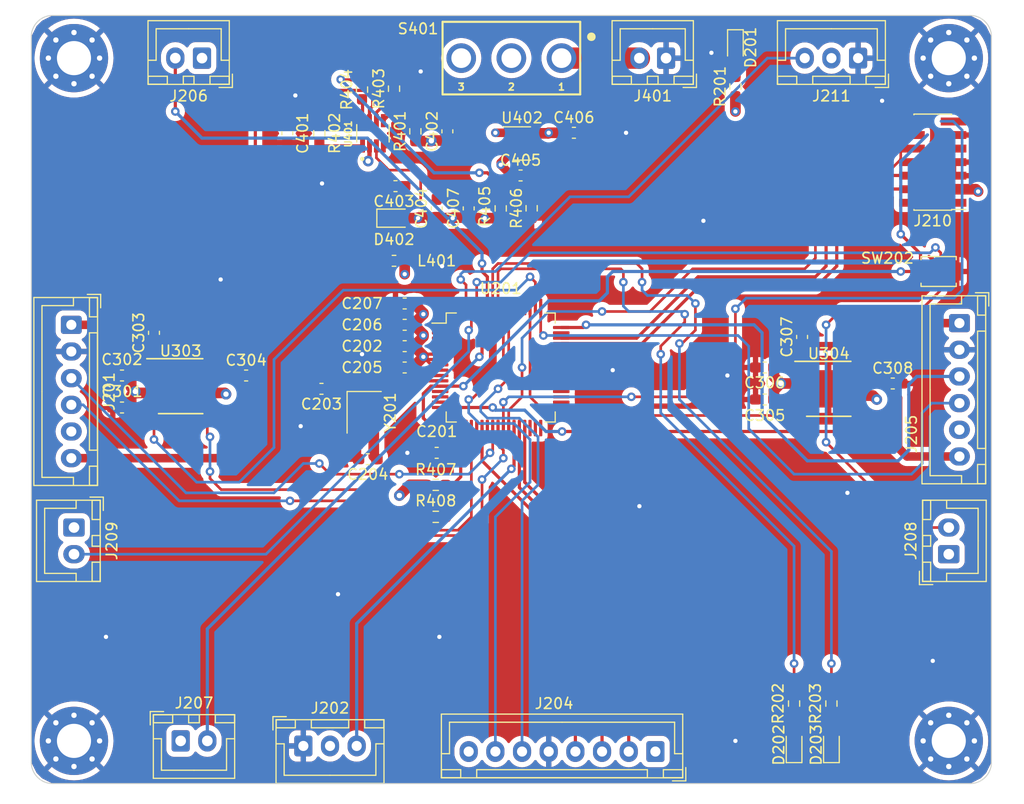
<source format=kicad_pcb>
(kicad_pcb (version 20221018) (generator pcbnew)
  (layers (0 "F.Cu" signal) (1 "In1.Cu" signal) (2 "In2.Cu" signal) (31 "B.Cu" signal) (34 "B.Paste" user) (35 "F.Paste" user) (36 "B.SilkS" user "B.Silkscreen") (37 "F.SilkS" user "F.Silkscreen") (38 "B.Mask" user) (39 "F.Mask" user) (44 "Edge.Cuts" user))
  (net 0 "")
  (net 1 "/STM32/NRST")
  (net 2 "GND")
  (net 3 "/Motor/M_L1")
  (net 4 "/STM32/OSC_IN")
  (net 5 "Net-(U201-PF1)")
  (net 6 "7.2V")
  (net 7 "/Motor/M_L2")
  (net 8 "/Motor/M_R1")
  (net 9 "/Motor/M_R2")
  (net 10 "Net-(D402-K)")
  (net 11 "/STM32/Endoder_LA")
  (net 12 "/STM32/Endoder_LB")
  (net 13 "/STM32/V_BORDURE_R")
  (net 14 "/STM32/M_EN")
  (net 15 "Net-(U401-VCC)")
  (net 16 "/STM32/DEV_EN")
  (net 17 "Net-(U401-SW)")
  (net 18 "+5V")
  (net 19 "+3.3V")
  (net 20 "/STM32/M_SCTR")
  (net 21 "/STM32/LIDAR_RX")
  (net 23 "/STM32/LIDAR_TX")
  (net 24 "/STM32/Endoder_RB")
  (net 25 "/STM32/Endoder_RA")
  (net 26 "/STM32/BUMPER_F")
  (net 27 "/STM32/BUMPER_B")
  (net 28 "/STM32/BUMPER_R")
  (net 29 "/STM32/BUMPER_L")
  (net 32 "/STM32/SWDIO")
  (net 33 "/STM32/SWCLK")
  (net 37 "/STM32/VCP_TX")
  (net 38 "/STM32/VCP_RX")
  (net 39 "Net-(D201-A)")
  (net 40 "/STM32/V_BORDURE_F")
  (net 41 "Net-(D202-A)")
  (net 42 "/STM32/LED_R")
  (net 43 "Net-(D203-A)")
  (net 44 "Net-(U401-EN{slash}SYNC)")
  (net 45 "Net-(U401-PG)")
  (net 46 "Net-(R404-Pad2)")
  (net 47 "/STM32/LED_B")
  (net 53 "/Power/BAT_LVL")
  (net 56 "/Motor/REV_MR")
  (net 59 "/Motor/REV_ML")
  (net 62 "/Motor/FWD_ML")
  (net 79 "/Motor/FWD_MR")
  (net 84 "Net-(J401-Pin_2)")
  (net 85 "Net-(U401-BST)")
  (net 86 "Net-(U401-FB)")
  (footprint "Capacitor_SMD:C_0603_1608Metric_Pad1.08x0.95mm_HandSolder" (layer "F.Cu") (at 85 83)
    (fp_text reference "C205")
    (fp_text value "100nF")
  )
  (footprint "Resistor_SMD:R_0603_1608Metric_Pad0.98x0.95mm_HandSolder" (layer "F.Cu") (at 86 60.8625 90)
    (fp_text reference "R401")
    (fp_text value "100k")
  )
  (footprint "LED_SMD:LED_0603_1608Metric_Pad1.05x0.95mm_HandSolder" (layer "F.Cu") (at 125 118.375 90)
    (fp_text reference "D203")
    (fp_text value "LED B")
  )
  (footprint "Capacitor_SMD:C_0603_1608Metric_Pad1.08x0.95mm_HandSolder" (layer "F.Cu") (at 74 61.0475 -90)
    (fp_text reference "C401")
    (fp_text value "0.1uF")
  )
  (footprint "Button_Switch_SMD:SW_SPST_B3U-1000P" (layer "F.Cu") (at 135.05 74 180)
    (fp_text reference "SW202")
    (fp_text value "SW_Push")
  )
  (footprint "Connector_JST:JST_XH_B2B-XH-A_1x02_P2.50mm_Vertical" (layer "F.Cu") (at 66 54 180)
    (fp_text reference "J206")
    (fp_text value "BUMPER_F")
  )
  (footprint "Connector_PinHeader_1.27mm:PinHeader_2x07_P1.27mm_Vertical_SMD" (layer "F.Cu") (at 134.5 63.75 180)
    (fp_text reference "J210")
    (fp_text value "Conn_02x07_Odd_Even")
  )
  (footprint "Capacitor_SMD:C_0603_1608Metric_Pad1.08x0.95mm_HandSolder" (layer "F.Cu") (at 77.2 85 180)
    (fp_text reference "C203")
    (fp_text value "10pF")
  )
  (footprint "Package_QFP:LQFP-64_10x10mm_P0.5mm" (layer "F.Cu") (at 94 83)
    (fp_text reference "U201")
    (fp_text value "STM32G070RBTx")
  )
  (footprint "Inductor_SMD:L_0603_1608Metric_Pad1.05x0.95mm_HandSolder" (layer "F.Cu") (at 84 73)
    (fp_text reference "L401")
    (fp_text value "4.7uH")
  )
  (footprint "Capacitor_SMD:C_0603_1608Metric_Pad1.08x0.95mm_HandSolder" (layer "F.Cu") (at 84.1375 66 180)
    (fp_text reference "C403")
    (fp_text value "100n")
  )
  (footprint "MountingHole:MountingHole_3.2mm_M3_Pad_Via" (layer "F.Cu") (at 136 54)
    (fp_text reference "H202" hide)
    (fp_text value "MountingHole_Pad")
  )
  (footprint "Connector_JST:JST_XH_B6B-XH-A_1x06_P2.50mm_Vertical" (layer "F.Cu") (at 53.75 79 -90)
    (fp_text reference "J201")
    (fp_text value "Motor_L")
  )
  (footprint "LED_SMD:LED_0603_1608Metric_Pad1.05x0.95mm_HandSolder" (layer "F.Cu") (at 121.5 118.375 90)
    (fp_text reference "D202")
    (fp_text value "LED R")
  )
  (footprint "Resistor_SMD:R_0603_1608Metric_Pad0.98x0.95mm_HandSolder" (layer "F.Cu") (at 121.5 114.5 -90)
    (fp_text reference "R202")
    (fp_text value "1k")
  )
  (footprint "Capacitor_SMD:C_0603_1608Metric_Pad1.08x0.95mm_HandSolder" (layer "F.Cu") (at 70.1375 83.75)
    (fp_text reference "C304")
    (fp_text value "10nF")
  )
  (footprint "Capacitor_SMD:C_0603_1608Metric_Pad1.08x0.95mm_HandSolder" (layer "F.Cu") (at 61.5 79.75 90)
    (fp_text reference "C303")
    (fp_text value "10nF")
  )
  (footprint "Crystal:Crystal_SMD_EuroQuartz_MT-4Pin_3.2x2.5mm" (layer "F.Cu") (at 81.2 87.2 -90)
    (fp_text reference "Y201")
    (fp_text value "16M")
  )
  (footprint "Capacitor_SMD:C_0603_1608Metric_Pad1.08x0.95mm_HandSolder" (layer "F.Cu") (at 58.5 83.75 180)
    (fp_text reference "C302")
    (fp_text value "10uF")
  )
  (footprint "Connector_JST:JST_XH_B2B-XH-A_1x02_P2.50mm_Vertical" (layer "F.Cu") (at 54 98 -90)
    (fp_text reference "J209")
    (fp_text value "BUMPER_L")
  )
  (footprint "472121010111:472121010111" (layer "F.Cu") (at 95 54)
    (property "VALUE" "472121010111")
    (fp_text reference "S401")
    (fp_text value "472121010111")
  )
  (footprint "Resistor_SMD:R_0603_1608Metric_Pad0.98x0.95mm_HandSolder" (layer "F.Cu") (at 94 68.0875 -90)
    (fp_text reference "R405")
    (fp_text value "40.2k")
  )
  (footprint "Capacitor_SMD:C_0603_1608Metric_Pad1.08x0.95mm_HandSolder" (layer "F.Cu") (at 88 68.0875 90)
    (fp_text reference "C404")
    (fp_text value "22uF")
  )
  (footprint "Connector_JST:JST_XH_B3B-XH-A_1x03_P2.50mm_Vertical" (layer "F.Cu") (at 127.5 54 180)
    (fp_text reference "J211")
    (fp_text value "bordure_F")
  )
  (footprint "MP1475:MP1475DJ-LF-P" (layer "F.Cu") (at 82.025 61.0475 90)
    (fp_text reference "U401")
    (fp_text value "MP1475DJ-LF-P")
  )
  (footprint "Package_TO_SOT_SMD:SOT-23-5" (layer "F.Cu") (at 96 62)
    (fp_text reference "U402")
    (fp_text value "MIC5317")
  )
  (footprint "MountingHole:MountingHole_3.2mm_M3_Pad_Via" (layer "F.Cu") (at 54 54)
    (fp_text reference "H201" hide)
    (fp_text value "MountingHole_Pad")
  )
  (footprint "Resistor_SMD:R_0603_1608Metric_Pad0.98x0.95mm_HandSolder" (layer "F.Cu") (at 87.9125 97 180)
    (fp_text reference "R408")
    (fp_text value "10k")
  )
  (footprint "Connector_JST:JST_XH_B2B-XH-A_1x02_P2.50mm_Vertical" (layer "F.Cu") (at 64 118)
    (fp_text reference "J207")
    (fp_text value "BUMPER_B")
  )
  (footprint "MountingHole:MountingHole_3.2mm_M3_Pad_Via" (layer "F.Cu") (at 136 118)
    (fp_text reference "H203" hide)
    (fp_text value "MountingHole_Pad")
  )
  (footprint "Resistor_SMD:R_0603_1608Metric_Pad0.98x0.95mm_HandSolder" (layer "F.Cu") (at 125 114.5 -90)
    (fp_text reference "R203")
    (fp_text value "1k")
  )
  (footprint "Resistor_SMD:R_0603_1608Metric_Pad0.98x0.95mm_HandSolder" (layer "F.Cu") (at 77 61.0475 -90)
    (fp_text reference "R402")
    (fp_text value "100k")
  )
  (footprint "Capacitor_SMD:C_0603_1608Metric_Pad1.08x0.95mm_HandSolder" (layer "F.Cu") (at 118.75 83 180)
    (fp_text reference "C306")
    (fp_text value "10uF")
  )
  (footprint "Capacitor_SMD:C_0603_1608Metric_Pad1.08x0.95mm_HandSolder" (layer "F.Cu") (at 100.8625 61)
    (fp_text reference "C406")
    (fp_text value "1uF")
  )
  (footprint "Capacitor_SMD:C_0603_1608Metric_Pad1.08x0.95mm_HandSolder" (layer "F.Cu") (at 118.75 86)
    (fp_text reference "C305")
    (fp_text value "1uF")
  )
  (footprint "Capacitor_SMD:C_0603_1608Metric_Pad1.08x0.95mm_HandSolder" (layer "F.Cu") (at 91 68.0875 90)
    (fp_text reference "C407")
    (fp_text value "22uF")
  )
  (footprint "Resistor_SMD:R_0603_1608Metric_Pad0.98x0.95mm_HandSolder" (layer "F.Cu") (at 96.9 68.075 90)
    (fp_text reference "R406")
    (fp_text value "13k")
  )
  (footprint "Resistor_SMD:R_0603_1608Metric_Pad0.98x0.95mm_HandSolder" (layer "F.Cu") (at 81 56.95 90)
    (fp_text reference "R404")
    (fp_text value "16k")
  )
  (footprint "Package_SO:Diodes_SO-8EP" (layer "F.Cu") (at 64 84.75)
    (fp_text reference "U303")
    (fp_text value "ZXBM5210-SP")
  )
  (footprint "Capacitor_SMD:C_0603_1608Metric_Pad1.08x0.95mm_HandSolder" (layer "F.Cu") (at 58.5 86.75)
    (fp_text reference "C301")
    (fp_text value "1uF")
  )
  (footprint "Capacitor_SMD:C_0603_1608Metric_Pad1.08x0.95mm_HandSolder" (layer "F.Cu") (at 122.25 80.1375 90)
    (fp_text reference "C307")
    (fp_text value "10nF")
  )
  (footprint "Resistor_SMD:R_0603_1608Metric_Pad0.98x0.95mm_HandSolder" (layer "F.Cu") (at 116 56.6625 90)
    (fp_text reference "R201")
    (fp_text value "1k")
  )
  (footprint "Capacitor_SMD:C_0603_1608Metric_Pad1.08x0.95mm_HandSolder" (layer "F.Cu") (at 81.5375 91.592 180)
    (fp_text reference "C204")
    (fp_text value "10pF")
  )
  (footprint "Resistor_SMD:R_0603_1608Metric_Pad0.98x0.95mm_HandSolder" (layer "F.Cu") (at 87.9125 94)
    (fp_text reference "R407")
    (fp_text value "12k")
  )
  (footprint "Capacitor_SMD:C_0603_1608Metric_Pad1.08x0.95mm_HandSolder" (layer "F.Cu") (at 130.75 84.5)
    (fp_text reference "C308")
    (fp_text value "10nF")
  )
  (footprint "Connector_JST:JST_XH_B2B-XH-A_1x02_P2.50mm_Vertical" (layer "F.Cu") (at 136 100.5 90)
    (fp_text reference "J208")
    (fp_text value "BUMPER_R")
  )
  (footprint "Capacitor_SMD:C_0603_1608Metric_Pad1.08x0.95mm_HandSolder" (layer "F.Cu") (at 85 81 180)
    (fp_text reference "C202")
    (fp_text value "100nF")
  )
  (footprint "MountingHole:MountingHole_3.2mm_M3_Pad_Via" (layer "F.Cu") (at 54 118)
    (fp_text reference "H204" hide)
    (fp_text value "MountingHole_Pad")
  )
  (footprint "LED_SMD:LED_0603_1608Metric_Pad1.05x0.95mm_HandSolder" (layer "F.Cu") (at 116 53 -90)
    (fp_text reference "D201")
    (fp_text value "LED G")
  )
  (footprint "Capacitor_SMD:C_0603_1608Metric_Pad1.08x0.95mm_HandSolder" (layer "F.Cu") (at 85 79)
    (fp_text reference "C206")
    (fp_text value "100nF")
  )
  (footprint "Package_SO:Diodes_SO-8EP" (layer "F.Cu") (at 124.75 85)
    (fp_text reference "U304")
    (fp_text value "ZXBM5210-SP")
  )
  (footprint "Capacitor_SMD:C_0603_1608Metric_Pad1.08x0.95mm_HandSolder" (layer "F.Cu") (at 88 91 180)
    (fp_text reference "C201")
    (fp_text value "100nF")
  )
  (footprint "Connector_JST:JST_XH_B2B-XH-A_1x02_P2.50mm_Vertical" (layer "F.Cu") (at 109.5 54 180)
    (fp_text reference "J401")
    (fp_text value "Conn_BAT")
  )
  (footprint "Connector_JST:JST_XH_B3B-XH-A_1x03_P2.50mm_Vertical" (layer "F.Cu") (at 75.5 118.475)
    (fp_text reference "J202")
    (fp_text value "bordure_R")
  )
  (footprint "Capacitor_SMD:C_0603_1608Metric_Pad1.08x0.95mm_HandSolder" (layer "F.Cu") (at 89 60.8625 90)
    (fp_text reference "C402")
    (fp_text value "22uF")
  )
  (footprint "Capacitor_SMD:C_0603_1608Metric_Pad1.08x0.95mm_HandSolder" (layer "F.Cu") (at 85 77)
    (fp_text reference "C207")
    (fp_text value "4.7uF")
  )
  (footprint "Resistor_SMD:R_0603_1608Metric_Pad0.98x0.95mm_HandSolder" (layer "F.Cu") (at 84 56.8625 90)
    (fp_text reference "R403")
    (fp_text value "20")
  )
  (footprint "Capacitor_SMD:C_0603_1608Metric_Pad1.08x0.95mm_HandSolder" (layer "F.Cu") (at 95.8625 65)
    (fp_text reference "C405")
    (fp_text value "1uF")
  )
  (footprint "Connector_JST:JST_XH_B6B-XH-A_1x06_P2.50mm_Vertical" (layer "F.Cu") (at 137 78.84 -90)
    (fp_text reference "J205")
    (fp_text value "Motor_R")
  )
  (footprint "Connector_JST:JST_XH_B8B-XH-A_1x08_P2.50mm_Vertical" (layer "F.Cu") (at 108.5 119 180)
    (fp_text reference "J204")
    (fp_text value "LIDAR")
  )
  (footprint "Diode_SMD:D_SOD-323" (layer "F.Cu") (at 84 69)
    (fp_text reference "D402")
    (fp_text value "1N4148WS")
  )
  (gr_line (start 138 122) (end 52 122) (stroke (width 0.1)) (layer "Edge.Cuts"))
  (gr_line (start 52 50) (end 138 50) (stroke (width 0.1)) (layer "Edge.Cuts"))
  (gr_line (start 140 52) (end 140 120) (stroke (width 0.1)) (layer "Edge.Cuts"))
  (gr_arc (start 52 122) (mid 50.585786 121.414214) (end 50 120) (stroke (width 0.1)) (layer "Edge.Cuts"))
  (gr_arc (start 140 120) (mid 139.414214 121.414214) (end 138 122) (stroke (width 0.1)) (layer "Edge.Cuts"))
  (gr_arc (start 138 50) (mid 139.414214 50.585786) (end 140 52) (stroke (width 0.1)) (layer "Edge.Cuts"))
  (gr_line (start 50 120) (end 50 52) (stroke (width 0.1)) (layer "Edge.Cuts"))
  (gr_arc (start 50 52) (mid 50.585786 50.585786) (end 52 50) (stroke (width 0.1)) (layer "Edge.Cuts"))
  (segment (start 88.325 84.75) (end 87.448959 84.75) (width 0.3) (layer "F.Cu") (net 1))
  (segment (start 86.75 87.75) (end 87.75 88.75) (width 0.3) (layer "F.Cu") (net 1))
  (segment (start 133.35 74) (end 131.5 74) (width 0.3) (layer "F.Cu") (net 1))
  (segment (start 86.75 85.448959) (end 86.75 87.75) (width 0.3) (layer "F.Cu") (net 1))
  (segment (start 88.325 84.75) (end 90.5 84.75) (width 0.3) (layer "F.Cu") (net 1))
  (segment (start 88.5 88.75) (end 88.8625 89.1125) (width 0.3) (layer "F.Cu") (net 1))
  (segment (start 133.35 72.35) (end 133.35 74) (width 0.3) (layer "F.Cu") (net 1))
  (segment (start 87.75 88.75) (end 88.5 88.75) (width 0.3) (layer "F.Cu") (net 1))
  (segment (start 131.5 70.5) (end 133.35 72.35) (width 0.3) (layer "F.Cu") (net 1))
  (segment (start 87.448959 84.75) (end 86.75 85.448959) (width 0.3) (layer "F.Cu") (net 1))
  (segment (start 88.8625 89.1125) (end 88.8625 91) (width 0.3) (layer "F.Cu") (net 1))
  (via (at 131.5 70.5) (size 0.8) (drill 0.4) (layers "F.Cu" "B.Cu") (net 1))
  (via (at 90.5 84.75) (size 0.8) (drill 0.4) (layers "F.Cu" "B.Cu") (net 1))
  (via (at 131.5 74) (size 0.8) (drill 0.4) (layers "F.Cu" "B.Cu") (net 1))
  (segment (start 131.5 63.69) (end 131.5 70.5) (width 0.3) (layer "B.Cu") (net 1))
  (segment (start 98.5 76.75) (end 103.25 76.75) (width 0.3) (layer "B.Cu") (net 1))
  (segment (start 104.5 74) (end 131.5 74) (width 0.3) (layer "B.Cu") (net 1))
  (segment (start 90.5 84.75) (end 98.5 76.75) (width 0.3) (layer "B.Cu") (net 1))
  (segment (start 103.25 76.75) (end 104 76) (width 0.3) (layer "B.Cu") (net 1))
  (segment (start 134 61.19) (end 131.5 63.69) (width 0.3) (layer "B.Cu") (net 1))
  (segment (start 104 74.5) (end 104.5 74) (width 0.3) (layer "B.Cu") (net 1))
  (segment (start 104 76) (end 104 74.5) (width 0.3) (layer "B.Cu") (net 1))
  (via (at 134.5 110.5) (size 0.8) (drill 0.4) (layers "F.Cu" "B.Cu") (net 2))
  (via (at 113 69.25) (size 0.8) (drill 0.4) (layers "F.Cu" "B.Cu") (net 2))
  (via (at 85.25 91) (size 0.8) (drill 0.4) (layers "F.Cu" "B.Cu") (net 2))
  (via (at 86.5 55.25) (size 0.8) (drill 0.4) (layers "F.Cu" "B.Cu") (net 2))
  (via (at 75.25 88.5) (size 0.8) (drill 0.4) (layers "F.Cu" "B.Cu") (net 2))
  (via (at 88.25 108.25) (size 0.8) (drill 0.4) (layers "F.Cu" "B.Cu") (net 2))
  (via (at 81 81.75) (size 0.8) (drill 0.4) (layers "F.Cu" "B.Cu") (net 2))
  (via (at 116 118) (size 0.8) (drill 0.4) (layers "F.Cu" "B.Cu") (net 2))
  (via (at 126.5 94.75) (size 0.8) (drill 0.4) (layers "F.Cu" "B.Cu") (net 2))
  (via (at 107 96) (size 0.8) (drill 0.4) (layers "F.Cu" "B.Cu") (net 2))
  (via (at 57 108.25) (size 0.8) (drill 0.4) (layers "F.Cu" "B.Cu") (net 2))
  (via (at 67.75 74.75) (size 0.8) (drill 0.4) (layers "F.Cu" "B.Cu") (net 2))
  (via (at 77.25 65.75) (size 0.8) (drill 0.4) (layers "F.Cu" "B.Cu") (net 2))
  (via (at 78.75 104.25) (size 0.8) (drill 0.4) (layers "F.Cu" "B.Cu") (net 2))
  (via (at 129.75 58) (size 0.8) (drill 0.4) (layers "F.Cu" "B.Cu") (net 2))
  (via (at 88.5 73.5) (size 0.8) (drill 0.4) (layers "F.Cu" "B.Cu") (net 2))
  (via (at 105.75 61) (size 0.8) (drill 0.4) (layers "F.Cu" "B.Cu") (net 2))
  (via (at 115.25 83.75) (size 0.8) (drill 0.4) (layers "F.Cu" "B.Cu") (net 2))
  (via (at 104.5 83.25) (size 0.8) (drill 0.4) (layers "F.Cu" "B.Cu") (net 2))
  (via (at 113.75 53.5) (size 0.8) (drill 0.4) (layers "F.Cu" "B.Cu") (net 2))
  (via (at 74.75 57.5) (size 0.8) (drill 0.4) (layers "F.Cu" "B.Cu") (net 2))
  (segment (start 61.5025 82.845) (end 61.5025 80.615) (width 0.8) (layer "F.Cu") (net 3))
  (segment (start 53.75 79) (end 56.5 79) (width 0.8) (layer "F.Cu") (net 3))
  (segment (start 58.1125 80.6125) (end 61.5 80.6125) (width 0.8) (layer "F.Cu") (net 3))
  (segment (start 56.5 79) (end 58.1125 80.6125) (width 0.8) (layer "F.Cu") (net 3))
  (segment (start 61.5025 80.615) (end 61.5 80.6125) (width 0.8) (layer "F.Cu") (net 3))
  (segment (start 79.2 85) (end 80.3 86.1) (width 1) (layer "F.Cu") (net 4))
  (segment (start 80.3 86.15) (end 81.4 87.25) (width 0.3) (layer "F.Cu") (net 4))
  (segment (start 80 86) (end 80.5 86.5) (width 0.3) (layer "F.Cu") (net 4))
  (segment (start 86.75 83.75) (end 88.325 83.75) (width 0.3) (layer "F.Cu") (net 4))
  (segment (start 80.3 85.45) (end 80.3 86.1) (width 0.3) (layer "F.Cu") (net 4))
  (segment (start 81.4 87.25) (end 83.25 87.25) (width 0.3) (layer "F.Cu") (net 4))
  (segment (start 78.0625 85) (end 79.2 85) (width 1) (layer "F.Cu") (net 4))
  (segment (start 83.25 87.25) (end 86.75 83.75) (width 0.3) (layer "F.Cu") (net 4))
  (segment (start 80.3 86.1) (end 80.3 86.15) (width 0.3) (layer "F.Cu") (net 4))
  (segment (start 86.957106 84.25) (end 82.907106 88.3) (width 0.3) (layer "F.Cu") (net 5))
  (segment (start 82.1 88.3) (end 82.1 91.292) (width 1) (layer "F.Cu") (net 5))
  (segment (start 88.325 84.25) (end 86.957106 84.25) (width 0.3) (layer "F.Cu") (net 5))
  (segment (start 82.1 91.292) (end 82.4 91.592) (width 1) (layer "F.Cu") (net 5))
  (segment (start 82.907106 88.3) (end 82.1 88.3) (width 0.3) (layer "F.Cu") (net 5))
  (segment (start 68.135 85.385) (end 68.25 85.5) (width 1) (layer "F.Cu") (net 6))
  (segment (start 119.6125 83) (end 119.6125 83.8625) (width 1) (layer "F.Cu") (net 6))
  (segment (start 122.2525 85.635) (end 122.2525 84.365) (width 1) (layer "F.Cu") (net 6))
  (segment (start 59.885 85.385) (end 59.75 85.25) (width 1) (layer "F.Cu") (net 6))
  (segment (start 119.6125 83.8625) (end 120.25 84.5) (width 1) (layer "F.Cu") (net 6))
  (segment (start 81.7 63.525) (end 81.7 62.2325) (width 0.4) (layer "F.Cu") (net 6))
  (segment (start 59.3625 86.75) (end 59.3625 85.6375) (width 1) (layer "F.Cu") (net 6))
  (segment (start 89 61.725) (end 87.525 61.725) (width 1) (layer "F.Cu") (net 6))
  (segment (start 87.475 61.775) (end 87.5 61.75) (width 1) (layer "F.Cu") (net 6))
  (segment (start 61.5025 84.115) (end 61.5025 85.385) (width 1) (layer "F.Cu") (net 6))
  (segment (start 59.3625 84.8625) (end 59.75 85.25) (width 1) (layer "F.Cu") (net 6))
  (segment (start 128.885 85.635) (end 129.25 86) (width 1) (layer "F.Cu") (net 6))
  (segment (start 87.525 61.725) (end 87.5 61.75) (width 1) (layer "F.Cu") (net 6))
  (segment (start 119.6125 86) (end 119.6125 85.1375) (width 1) (layer "F.Cu") (net 6))
  (segment (start 119.6125 85.1375) (end 120.25 84.5) (width 1) (layer "F.Cu") (net 6))
  (segment (start 59.3625 85.6375) (end 59.75 85.25) (width 1) (layer "F.Cu") (net 6))
  (segment (start 84.5 95) (end 85.5 94) (width 1) (layer "F.Cu") (net 6))
  (segment (start 86 61.775) (end 87.475 61.775) (width 1) (layer "F.Cu") (net 6))
  (segment (start 120.25 84.5) (end 122.1175 84.5) (width 1) (layer "F.Cu") (net 6))
  (segment (start 127.2475 85.635) (end 128.885 85.635) (width 1) (layer "F.Cu") (net 6))
  (segment (start 59.3625 83.75) (end 59.3625 84.8625) (width 1) (layer "F.Cu") (net 6))
  (segment (start 66.4975 85.385) (end 68.135 85.385) (width 1) (layer "F.Cu") (net 6))
  (segment (start 85.5 94) (end 87 94) (width 1) (layer "F.Cu") (net 6))
  (segment (start 81.575 63.65) (end 81.7 63.525) (width 0.4) (layer "F.Cu") (net 6))
  (segment (start 122.1175 84.5) (end 122.2525 84.365) (width 1) (layer "F.Cu") (net 6))
  (segment (start 61.5025 85.385) (end 59.885 85.385) (width 1) (layer "F.Cu") (net 6))
  (via (at 87.5 61.75) (size 1) (drill 0.5) (layers "F.Cu" "B.Cu") (net 6))
  (via (at 84.5 95) (size 1) (drill 0.5) (layers "F.Cu" "B.Cu") (net 6))
  (via (at 59.75 85.25) (size 1) (drill 0.5) (layers "F.Cu" "B.Cu") (net 6))
  (via (at 120.25 84.5) (size 1) (drill 0.5) (layers "F.Cu" "B.Cu") (net 6))
  (via (at 81.575 63.65) (size 1) (drill 0.5) (layers "F.Cu" "B.Cu") (net 6))
  (via (at 68.25 85.5) (size 1) (drill 0.5) (layers "F.Cu" "B.Cu") (net 6))
  (via (at 129.25 86) (size 1) (drill 0.5) (layers "F.Cu" "B.Cu") (net 6))
  (segment (start 67.635 84.115) (end 68 83.75) (width 0.8) (layer "F.Cu") (net 7))
  (segment (start 68 83.75) (end 69.275 83.75) (width 0.8) (layer "F.Cu") (net 7))
  (segment (start 69.75 90) (end 68.25 91.5) (width 0.8) (layer "F.Cu") (net 7))
  (segment (start 68.25 91.5) (end 53.75 91.5) (width 0.8) (layer "F.Cu") (net 7))
  (segment (start 66.4975 84.115) (end 67.635 84.115) (width 0.8) (layer "F.Cu") (net 7))
  (segment (start 69.275 83.75) (end 69.75 84.225) (width 0.8) (layer "F.Cu") (net 7))
  (segment (start 69.75 84.225) (end 69.75 90) (width 0.8) (layer "F.Cu") (net 7))
  (segment (start 122.2525 83.095) (end 122.2525 81.0025) (width 0.8) (layer "F.Cu") (net 8))
  (segment (start 122.2525 81.0025) (end 122.25 81) (width 0.8) (layer "F.Cu") (net 8))
  (segment (start 137 78.84) (end 127.66 78.84) (width 0.8) (layer "F.Cu") (net 8))
  (segment (start 127.66 78.84) (end 125.5 81) (width 0.8) (layer "F.Cu") (net 8))
  (segment (start 125.5 81) (end 122.25 81) (width 0.8) (layer "F.Cu") (net 8))
  (segment (start 129.8875 84.5) (end 131.25 85.8625) (width 0.8) (layer "F.Cu") (net 9))
  (segment (start 129.8875 84.5) (end 127.3825 84.5) (width 0.8) (layer "F.Cu") (net 9))
  (segment (start 131.25 90.5) (end 132.09 91.34) (width 0.8) (layer "F.Cu") (net 9))
  (segment (start 127.3825 84.5) (end 127.2475 84.365) (width 0.8) (layer "F.Cu") (net 9))
  (segment (start 132.09 91.34) (end 137 91.34) (width 0.8) (layer "F.Cu") (net 9))
  (segment (start 131.25 85.8625) (end 131.25 90.5) (width 0.8) (layer "F.Cu") (net 9))
  (segment (start 82.95 69) (end 72.5 69) (width 0.3) (layer "F.Cu") (net 10))
  (segment (start 85 66.75) (end 85 66) (width 0.3) (layer "F.Cu") (net 10))
  (segment (start 83.25 67.25) (end 84.5 67.25) (width 0.3) (layer "F.Cu") (net 10))
  (segment (start 71 55.25) (end 71.75 54.5) (width 0.3) (layer "F.Cu") (net 10))
  (segment (start 71.75 54.5) (end 83.5 54.5) (width 0.3) (layer "F.Cu") (net 10))
  (segment (start 82.95 69) (end 82.95 67.55) (width 0.3) (layer "F.Cu") (net 10))
  (segment (start 84 55) (end 84 55.95) (width 0.3) (layer "F.Cu") (net 10))
  (segment (start 83.5 54.5) (end 84 55) (width 0.3) (layer "F.Cu") (net 10))
  (segment (start 82.95 67.55) (end 83.25 67.25) (width 0.3) (layer "F.Cu") (net 10))
  (segment (start 72.5 69) (end 71 67.5) (width 0.3) (layer "F.Cu") (net 10))
  (segment (start 71 67.5) (end 71 55.25) (width 0.3) (layer "F.Cu") (net 10))
  (segment (start 84.5 67.25) (end 85 66.75) (width 0.3) (layer "F.Cu") (net 10))
  (segment (start 78 93) (end 84.5 93) (width 0.25) (layer "F.Cu") (net 11))
  (segment (start 77 92) (end 78 93) (width 0.25) (layer "F.Cu") (net 11))
  (segment (start 93.25 90.75) (end 93.25 88.675) (width 0.25) (layer "F.Cu") (net 11))
  (segment (start 93 91) (end 93.25 90.75) (width 0.25) (layer "F.Cu") (net 11))
  (via (at 93 91) (size 0.8) (drill 0.4) (layers "F.Cu" "B.Cu") (net 11))
  (via (at 84.5 93) (size 0.8) (drill 0.4) (layers "F.Cu" "B.Cu") (net 11))
  (via (at 77 92) (size 0.8) (drill 0.4) (layers "F.Cu" "B.Cu") (net 11))
  (segment (start 72.75 94.75) (end 64.5 94.75) (width 0.25) (layer "B.Cu") (net 11))
  (segment (start 91 93) (end 93 91) (width 0.25) (layer "B.Cu") (net 11))
  (segment (start 84.5 93) (end 91 93) (width 0.25) (layer "B.Cu") (net 11))
  (segment (start 75.5 92) (end 72.75 94.75) (width 0.25) (layer "B.Cu") (net 11))
  (segment (start 64.5 94.75) (end 53.75 84) (width 0.25) (layer "B.Cu") (net 11))
  (segment (start 77 92) (end 75.5 92) (width 0.25) (layer "B.Cu") (net 11))
  (segment (start 81.75 95.5) (end 85 98.75) (width 0.25) (layer "F.Cu") (net 12))
  (segment (start 94.25 91.5) (end 94.25 90.75) (width 0.25) (layer "F.Cu") (net 12))
  (segment (start 85 98.75) (end 91 98.75) (width 0.25) (layer "F.Cu") (net 12))
  (segment (start 92.25 97.5) (end 92.25 93.5) (width 0.25) (layer "F.Cu") (net 12))
  (segment (start 74.25 95.5) (end 81.75 95.5) (width 0.25) (layer "F.Cu") (net 12))
  (segment (start 93.75 90.25) (end 93.75 88.675) (width 0.25) (layer "F.Cu") (net 12))
  (segment (start 94.25 90.75) (end 93.75 90.25) (width 0.25) (layer "F.Cu") (net 12))
  (segment (start 92 97.75) (end 92.25 97.5) (width 0.25) (layer "F.Cu") (net 12))
  (segment (start 91 98.75) (end 92 97.75) (width 0.25) (layer "F.Cu") (net 12))
  (via (at 92.25 93.5) (size 0.8) (drill 0.4) (layers "F.Cu" "B.Cu") (net 12))
  (via (at 74.25 95.5) (size 0.8) (drill 0.4) (layers "F.Cu" "B.Cu") (net 12))
  (via (at 94.25 91.5) (size 0.8) (drill 0.4) (layers "F.Cu" "B.Cu") (net 12))
  (segment (start 54.863604 86.5) (end 53.75 86.5) (width 0.25) (layer "B.Cu") (net 12))
  (segment (start 74.25 95.5) (end 63.863604 95.5) (width 0.25) (layer "B.Cu") (net 12))
  (segment (start 63.863604 95.5) (end 54.863604 86.5) (width 0.25) (layer "B.Cu") (net 12))
  (segment (start 92.25 93.5) (end 94.25 91.5) (width 0.25) (layer "B.Cu") (net 12))
  (segment (start 95.25 88.675) (end 95.25 92.25) (width 0.3) (layer "F.Cu") (net 13))
  (segment (start 95.25 92.25) (end 95 92.5) (width 0.3) (layer "F.Cu") (net 13))
  (via (at 95 92.5) (size 0.8) (drill 0.4) (layers "F.Cu" "B.Cu") (net 13))
  (segment (start 95 92.5) (end 80.5 107) (width 0.3) (layer "B.Cu") (net 13))
  (segment (start 80.5 107) (end 80.5 118.475) (width 0.3) (layer "B.Cu") (net 13))
  (segment (start 106 103.5) (end 96.25 93.75) (width 0.3) (layer "F.Cu") (net 14))
  (segment (start 96.25 93.75) (end 96.25 88.675) (width 0.3) (layer "F.Cu") (net 14))
  (segment (start 106 119) (end 106 103.5) (width 0.3) (layer "F.Cu") (net 14))
  (segment (start 82 58.5) (end 81.7 58.8) (width 0.3) (layer "F.Cu") (net 15))
  (segment (start 81.775 57.025) (end 82 57.25) (width 0.3) (layer "F.Cu") (net 15))
  (segment (start 81.7 58.8) (end 81.7 59.8625) (width 0.3) (layer "F.Cu") (net 15))
  (segment (start 74.05 60.135) (end 74 60.185) (width 0.3) (layer "F.Cu") (net 15))
  (segment (start 77 60.135) (end 74.05 60.135) (width 0.3) (layer "F.Cu") (net 15))
  (segment (start 77.725 57.025) (end 81.775 57.025) (width 0.3) (layer "F.Cu") (net 15))
  (segment (start 77 57.75) (end 77.725 57.025) (width 0.3) (layer "F.Cu") (net 15))
  (segment (start 82 57.25) (end 82 58.5) (width 0.3) (layer "F.Cu") (net 15))
  (segment (start 77 60.135) (end 77 57.75) (width 0.3) (layer "F.Cu") (net 15))
  (segment (start 103.5 102) (end 103.5 119) (width 0.3) (layer "F.Cu") (net 16))
  (segment (start 95.75 88.675) (end 95.75 94.25) (width 0.3) (layer "F.Cu") (net 16))
  (segment (start 95.75 94.25) (end 103.5 102) (width 0.3) (layer "F.Cu") (net 16))
  (segment (start 83.275 64.275) (end 83.5 64.5) (width 0.25) (layer "F.Cu") (net 17))
  (segment (start 83.275 64.275) (end 83.275 66) (width 0.25) (layer "F.Cu") (net 17))
  (segment (start 86.5 67.25) (end 85.75 68) (width 0.25) (layer "F.Cu") (net 17))
  (segment (start 84 68.5) (end 84 70.75) (width 0.25) (layer "F.Cu") (net 17))
  (segment (start 83.5 64.5) (end 86.25 64.5) (width 0.25) (layer "F.Cu") (net 17))
  (segment (start 84 70.75) (end 83.125 71.625) (width 0.25) (layer "F.Cu") (net 17))
  (segment (start 82.35 63.35) (end 83.275 64.275) (width 0.25) (layer "F.Cu") (net 17))
  (segment (start 85.75 68) (end 84.5 68) (width 0.25) (layer "F.Cu") (net 17))
  (segment (start 86.5 64.75) (end 86.5 67.25) (width 0.25) (layer "F.Cu") (net 17))
  (segment (start 86.25 64.5) (end 86.5 64.75) (width 0.25) (layer "F.Cu") (net 17))
  (segment (start 84.5 68) (end 84 68.5) (width 0.25) (layer "F.Cu") (net 17))
  (segment (start 83.125 71.625) (end 83.125 73) (width 0.25) (layer "F.Cu") (net 17))
  (segment (start 82.35 62.2325) (end 82.35 63.35) (width 0.25) (layer "F.Cu") (net 17))
  (segment (start 85.05 72.825) (end 84.875 73) (width 0.3) (layer "F.Cu") (net 18))
  (segment (start 92.5 69) (end 91.05 69) (width 1) (layer "F.Cu") (net 18))
  (segment (start 91 68.95) (end 89.55 68.95) (width 1) (layer "F.Cu") (net 18))
  (segment (start 88.05 69) (end 88 68.95) (width 1) (layer "F.Cu") (net 18))
  (segment (start 94 64) (end 94 63.8125) (width 0.8) (layer "F.Cu") (net 18))
  (segment (start 86.3 68.95) (end 86.25 69) (width 1) (layer "F.Cu") (net 18))
  (segment (start 92.5 69) (end 94 69) (width 1) (layer "F.Cu") (net 18))
  (segment (start 89.55 68.95) (end 89.5 69) (width 1) (layer "F.Cu") (net 18))
  (segment (start 94 63.8125) (end 94.8625 62.95) (width 0.8) (layer "F.Cu") (net 18))
  (segment (start 86.25 69) (end 85.05 69) (width 1) (layer "F.Cu") (net 18))
  (segment (start 88 68.95) (end 86.3 68.95) (width 1) (layer "F.Cu") (net 18))
  (segment (start 94.8125 61) (end 94.8625 61.05) (width 0.8) (layer "F.Cu") (net 18))
  (segment (start 89.5 69) (end 88.05 69) (width 1) (layer "F.Cu") (net 18))
  (segment (start 85.1 68.95) (end 85.05 69) (width 0.3) (layer "F.Cu") (net 18))
  (segment (start 91.05 69) (end 91 68.95) (width 1) (layer "F.Cu") (net 18))
  (segment (start 85 74.25) (end 85 73.125) (width 1) (layer "F.Cu") (net 18))
  (segment (start 95 65) (end 94 64) (width 0.8) (layer "F.Cu") (net 18))
  (segment (start 93.95 68.95) (end 94 69) (width 0.3) (layer "F.Cu") (net 18))
  (segment (start 85 73.125) (end 84.875 73) (width 1) (layer "F.Cu") (net 18))
  (segment (start 93.5 61) (end 94.8125 61) (width 0.8) (layer "F.Cu") (net 18))
  (via (at 92.5 69) (size 0.8) (drill 0.4) (layers "F.Cu" "B.Cu") (net 18))
  (via (at 86.25 69) (size 0.8) (drill 0.4) (layers "F.Cu" "B.Cu") (net 18))
  (via (at 85 74.25) (size 0.8) (drill 0.4) (layers "F.Cu" "B.Cu") (net 18))
  (via (at 94 64) (size 0.8) (drill 0.4) (layers "F.Cu" "B.Cu") (net 18))
  (via (at 93.5 61) (size 0.8) (drill 0.4) (layers "F.Cu" "B.Cu") (net 18))
  (via (at 89.5 69) (size 0.8) (drill 0.4) (layers "F.Cu" "B.Cu") (net 18))
  (segment (start 86.75 80.1125) (end 85.8625 81) (width 1) (layer "F.Cu") (net 19))
  (segment (start 88.325 82.75) (end 87.5 82.75) (width 0.3) (layer "F.Cu") (net 19))
  (segment (start 86.75 77.8875) (end 85.8625 77) (width 1) (layer "F.Cu") (net 19))
  (segment (start 86.75 78) (end 86.75 77.8875) (width 1) (layer "F.Cu") (net 19))
  (segment (start 138.54 66.29) (end 138.75 66.5) (width 1) (layer "F.Cu") (net 19))
  (segment (start 87 82.25) (end 86.75 82) (width 0.3) (layer "F.Cu") (net 19))
  (segment (start 85.8625 82.8875) (end 86.75 82) (width 1) (layer "F.Cu") (net 19))
  (segment (start 86.75 80) (end 86.75 79.8875) (width 1) (layer "F.Cu") (net 19))
  (segment (start 136.45 66.29) (end 138.54 66.29) (width 1) (layer "F.Cu") (net 19))
  (segment (start 85.8625 83) (end 85.8625 82.8875) (width 1) (layer "F.Cu") (net 19))
  (segment (start 97.1375 61.05) (end 98.45 61.05) (width 1) (layer "F.Cu") (net 19))
  (segment (start 87 81.75) (end 86.75 82) (width 0.3) (layer "F.Cu") (net 19))
  (segment (start 88.325 82.25) (end 87 82.25) (width 0.3) (layer "F.Cu") (net 19))
  (segment (start 86.75 79.8875) (end 85.8625 79) (width 1) (layer "F.Cu") (net 19))
  (segment (start 100 61) (end 98.5 61) (width 1) (layer "F.Cu") (net 19))
  (segment (start 86.75 82) (end 86.75 81.8875) (width 1) (layer "F.Cu") (net 19))
  (segment (start 88.325 81.75) (end 87 81.75) (width 0.3) (layer "F.Cu") (net 19))
  (segment (start 87.5 82.75) (end 86.75 82) (width 0.3) (layer "F.Cu") (net 19))
  (segment (start 85.8625 78.8875) (end 86.75 78) (width 1) (layer "F.Cu") (net 19))
  (segment (start 98.45 61.05) (end 98.5 61) (width 1) (layer "F.Cu") (net 19))
  (segment (start 85.8625 79) (end 85.8625 78.8875) (width 1) (layer "F.Cu") (net 19))
  (segment (start 86.75 80) (end 86.75 80.1125) (width 1) (layer "F.Cu") (net 19))
  (segment (start 86.75 81.8875) (end 85.8625 81) (width 1) (layer "F.Cu") (net 19))
  (segment (start 116 59) (end 116 57.575) (width 1) (layer "F.Cu") (net 19))
  (via (at 86.75 78) (size 0.8) (drill 0.4) (layers "F.Cu" "B.Cu") (net 19))
  (via (at 98.5 61) (size 0.8) (drill 0.4) (layers "F.Cu" "B.Cu") (net 19))
  (via (at 116 59) (size 0.8) (drill 0.4) (layers "F.Cu" "B.Cu") (net 19))
  (via (at 86.75 82) (size 0.8) (drill 0.4) (layers "F.Cu" "B.Cu") (net 19))
  (via (at 86.75 80) (size 0.8) (drill 0.4) (layers "F.Cu" "B.Cu") (net 19))
  (via (at 138.75 66.5) (size 0.8) (drill 0.4) (layers "F.Cu" "B.Cu") (net 19))
  (segment (start 101 119) (end 101 100.5) (width 0.3) (layer "F.Cu") (net 20))
  (segment (start 92.25 91.75) (end 92.25 88.675) (width 0.3) (layer "F.Cu") (net 20))
  (segment (start 101 100.5) (end 92.25 91.75) (width 0.3) (layer "F.Cu") (net 20))
  (segment (start 94.75 84) (end 94.75 77.325) (width 0.25) (layer "F.Cu") (net 21))
  (segment (start 94.75 84) (end 93.75 85) (width 0.25) (layer "F.Cu") (net 21))
  (via (at 93.75 85) (size 0.8) (drill 0.4) (layers "F.Cu" "B.Cu") (net 21))
  (segment (start 95.75 87.75) (end 97.5 89.5) (width 0.25) (layer "B.Cu") (net 21))
  (segment (start 93.75 85) (end 92.125 86.625) (width 0.25) (layer "B.Cu") (net 21))
  (segment (start 92.125 87.125) (end 92.125 86.625) (width 0.25) (layer "B.Cu") (net 21))
  (segment (start 92.125 87.125) (end 92.75 87.75) (width 0.25) (layer "B.Cu") (net 21))
  (segment (start 96 95.5) (end 96 119) (width 0.25) (layer "B.Cu") (net 21))
  (segment (start 92.75 87.75) (end 95.75 87.75) (width 0.25) (layer "B.Cu") (net 21))
  (segment (start 97.5 89.5) (end 97.5 94) (width 0.25) (layer "B.Cu") (net 21))
  (segment (start 97.5 94) (end 96 95.5) (width 0.25) (layer "B.Cu") (net 21))
  (segment (start 91.25 86) (end 94.25 83) (width 0.25) (layer "F.Cu") (net 23))
  (segment (start 91 86) (end 91.25 86) (width 0.25) (layer "F.Cu") (net 23))
  (segment (start 94.25 83) (end 94.25 77.325) (width 0.25) (layer "F.Cu") (net 23))
  (via (at 91 86) (size 0.8) (drill 0.4) (layers "F.Cu" "B.Cu") (net 23))
  (segment (start 91 86) (end 91 87.25) (width 0.25) (layer "B.Cu") (net 23))
  (segment (start 95.25 88.25) (end 96.75 89.75) (width 0.25) (layer "B.Cu") (net 23))
  (segment (start 96.75 93.75) (end 93.5 97) (width 0.25) (layer "B.Cu") (net 23))
  (segment (start 91 87.25) (end 92 88.25) (width 0.25) (layer "B.Cu") (net 23))
  (segment (start 96.75 89.75) (end 96.75 93.75) (width 0.25) (layer "B.Cu") (net 23))
  (segment (start 93.5 97) (end 93.5 119) (width 0.25) (layer "B.Cu") (net 23))
  (segment (start 92 88.25) (end 95.25 88.25) (width 0.25) (layer "B.Cu") (net 23))
  (segment (start 101.75 79.25) (end 102 79) (width 0.3) (layer "F.Cu") (net 24))
  (segment (start 99.675 79.25) (end 101.75 79.25) (width 0.3) (layer "F.Cu") (net 24))
  (via (at 102 79) (size 0.8) (drill 0.4) (layers "F.Cu" "B.Cu") (net 24))
  (segment (start 118.5 87.5) (end 122.75 91.75) (width 0.3) (layer "B.Cu") (net 24))
  (segment (start 118.5 79.75) (end 118.5 87.5) (width 0.3) (layer "B.Cu") (net 24))
  (segment (start 117.75 79) (end 118.5 79.75) (width 0.3) (layer "B.Cu") (net 24))
  (segment (start 102 79) (end 117.75 79) (width 0.3) (layer "B.Cu") (net 24))
  (segment (start 131.25 91.75) (end 132.25 90.75) (width 0.3) (layer "B.Cu") (net 24))
  (segment (start 132.25 84.59) (end 133 83.84) (width 0.3) (layer "B.Cu") (net 24))
  (segment (start 133 83.84) (end 137 83.84) (width 0.3) (layer "B.Cu") (net 24))
  (segment (start 122.75 91.75) (end 131.25 91.75) (width 0.3) (layer "B.Cu") (net 24))
  (segment (start 132.25 90.75) (end 132.25 84.59) (width 0.3) (layer "B.Cu") (net 24))
  (segment (start 97.75 77.325) (end 97.75 79.75) (width 0.25) (layer "F.Cu") (net 25))
  (segment (start 97.75 79.75) (end 98 80) (width 0.25) (layer "F.Cu") (net 25))
  (via (at 98 80) (size 0.8) (drill 0.4) (layers "F.Cu" "B.Cu") (net 25))
  (segment (start 133.5 92) (end 133.5 87.25) (width 0.25) (layer "B.Cu") (net 25))
  (segment (start 133.5 87.25) (end 134.41 86.34) (width 0.25) (layer "B.Cu") (net 25))
  (segment (start 117.25 88.75) (end 121.5 93) (width 0.25) (layer "B.Cu") (net 25))
  (segment (start 134.41 86.34) (end 137 86.34) (width 0.25) (layer "B.Cu") (net 25))
  (segment (start 132.5 93) (end 133.5 92) (width 0.25) (layer "B.Cu") (net 25))
  (segment (start 117.25 81) (end 117.25 88.75) (width 0.25) (layer "B.Cu") (net 25))
  (segment (start 98 80) (end 116.25 80) (width 0.25) (layer "B.Cu") (net 25))
  (segment (start 121.5 93) (end 132.5 93) (width 0.25) (layer "B.Cu") (net 25))
  (segment (start 116.25 80) (end 117.25 81) (width 0.25) (layer "B.Cu") (net 25))
  (segment (start 92.25 74) (end 92.75 74.5) (width 0.3) (layer "F.Cu") (net 26))
  (segment (start 92.25 73.25) (end 92.25 74) (width 0.3) (layer "F.Cu") (net 26))
  (segment (start 63.5 54) (end 63.5 57) (width 0.3) (layer "F.Cu") (net 26))
  (segment (start 63.5 57) (end 63.5 59) (width 0.3) (layer "F.Cu") (net 26))
  (segment (start 92.75 74.5) (end 92.75 77.325) (width 0.3) (layer "F.Cu") (net 26))
  (via (at 92.25 73.25) (size 0.8) (drill 0.4) (layers "F.Cu" "B.Cu") (net 26))
  (via (at 63.5 59) (size 0.8) (drill 0.4) (layers "F.Cu" "B.Cu") (net 26))
  (segment (start 66 61.5) (end 81.5 61.5) (width 0.3) (layer "B.Cu") (net 26))
  (segment (start 63.5 59) (end 66 61.5) (width 0.3) (layer "B.Cu") (net 26))
  (segment (start 92.25 72.25) (end 92.25 73.25) (width 0.3) (layer "B.Cu") (net 26))
  (segment (start 81.5 61.5) (end 92.25 72.25) (width 0.3) (layer "B.Cu") (net 26))
  (segment (start 92.25 81.75) (end 92 82) (width 0.3) (layer "F.Cu") (net 27))
  (segment (start 92.25 77.325) (end 92.25 81.75) (width 0.3) (layer "F.Cu") (net 27))
  (via (at 92 82) (size 0.8) (drill 0.4) (layers "F.Cu" "B.Cu") (net 27))
  (segment (start 92 82) (end 66.5 107.5) (width 0.3) (layer "B.Cu") (net 27))
  (segment (start 66.5 107.5) (end 66.5 118) (width 0.3) (layer "B.Cu") (net 27))
  (segment (start 91.75 77.325) (end 91.75 75) (width 0.25) (layer "F.Cu") (net 28))
  (segment (start 128.25 77.5) (end 126 77.5) (width 0.25) (layer "F.Cu") (net 28))
  (segment (start 124.5 90) (end 132.5 98) (width 0.25) (layer "F.Cu") (net 28))
  (segment (start 134.75 71.75) (end 135.25 72.25) (width 0.25) (layer "F.Cu") (net 28))
  (segment (start 132.5 98) (end 136 98) (width 0.25) (layer "F.Cu") (net 28))
  (segment (start 135.25 75.75) (end 133.5 77.5) (width 0.25) (layer "F.Cu") (net 28))
  (segment (start 126 77.5) (end 124.5 79) (width 0.25) (layer "F.Cu") (net 28))
  (segment (start 135.25 72.25) (end 135.25 75.75) (width 0.25) (layer "F.Cu") (net 28))
  (segment (start 133.5 77.5) (end 128.25 77.5) (width 0.25) (layer "F.Cu") (net 28))
  (via (at 124.5 79) (size 0.8) (drill 0.4) (layers "F.Cu" "B.Cu") (net 28))
  (via (at 124.5 90) (size 0.8) (drill 0.4) (layers "F.Cu" "B.Cu") (net 28))
  (via (at 91.75 75) (size 0.8) (drill 0.4) (layers "F.Cu" "B.Cu") (net 28))
  (via (at 134.75 71.75) (size 0.8) (drill 0.4) (layers "F.Cu" "B.Cu") (net 28))
  (segment (start 124.5 79) (end 124.5 90) (width 0.25) (layer "B.Cu") (net 28))
  (segment (start 96.75 72.25) (end 134.25 72.25) (width 0.25) (layer "B.Cu") (net 28))
  (segment (start 91.75 75) (end 94 75) (width 0.25) (layer "B.Cu") (net 28))
  (segment (start 94 75) (end 96.75 72.25) (width 0.25) (layer "B.Cu") (net 28))
  (segment (start 134.25 72.25) (end 134.75 71.75) (width 0.25) (layer "B.Cu") (net 28))
  (segment (start 91.25 79.25) (end 91.25 77.325) (width 0.25) (layer "F.Cu") (net 29))
  (segment (start 91 79.5) (end 91.25 79.25) (width 0.25) (layer "F.Cu") (net 29))
  (via (at 91 79.5) (size 0.8) (drill 0.4) (layers "F.Cu" "B.Cu") (net 29))
  (segment (start 54 100.5) (end 72 100.5) (width 0.25) (layer "B.Cu") (net 29))
  (segment (start 72 100.5) (end 91 81.5) (width 0.25) (layer "B.Cu") (net 29))
  (segment (start 91 81.5) (end 91 79.5) (width 0.25) (layer "B.Cu") (net 29))
  (segment (start 125.5 68.5) (end 127.73 66.27) (width 0.3) (layer "F.Cu") (net 32))
  (segment (start 125.5 73.5) (end 125.5 68.5) (width 0.3) (layer "F.Cu") (net 32))
  (segment (start 112.5 75.5) (end 123.5 75.5) (width 0.3) (layer "F.Cu") (net 32))
  (segment (start 127.73 66.27) (end 134 66.27) (width 0.3) (layer "F.Cu") (net 32))
  (segment (start 107.25 80.75) (end 112.5 75.5) (width 0.3) (layer "F.Cu") (net 32))
  (segment (start 123.5 75.5) (end 125.5 73.5) (width 0.3) (layer "F.Cu") (net 32))
  (segment (start 99.675 80.75) (end 107.25 80.75) (width 0.3) (layer "F.Cu") (net 32))
  (segment (start 128 65) (end 124.5 68.5) (width 0.3) (layer "F.Cu") (net 33))
  (segment (start 106.75 80.25) (end 99.675 80.25) (width 0.3) (layer "F.Cu") (net 33))
  (segment (start 124.5 68.5) (end 124.5 73.5) (width 0.3) (layer "F.Cu") (net 33))
  (segment (start 112.5 74.5) (end 106.75 80.25) (width 0.3) (layer "F.Cu") (net 33))
  (segment (start 134 65) (end 128 65) (width 0.3) (layer "F.Cu") (net 33))
  (segment (start 123.5 74.5) (end 112.5 74.5) (width 0.3) (layer "F.Cu") (net 33))
  (segment (start 124.5 73.5) (end 123.5 74.5) (width 0.3) (layer "F.Cu") (net 33))
  (segment (start 106.25 85.75) (end 111.5 85.75) (width 0.25) (layer "F.Cu") (net 37))
  (segment (start 116 81.25) (end 116 77.5) (width 0.25) (layer "F.Cu") (net 37))
  (segment (start 94.25 86.25) (end 94.25 88.675) (width 0.25) (layer "F.Cu") (net 37))
  (segment (start 111.5 85.75) (end 116 81.25) (width 0.25) (layer "F.Cu") (net 37))
  (via (at 106.25 85.75) (size 0.8) (drill 0.4) (layers "F.Cu" "B.Cu") (net 37))
  (via (at 94.25 86.25) (size 0.8) (drill 0.4) (layers "F.Cu" "B.Cu") (net 37))
  (via (at 116 77.5) (size 0.8) (drill 0.4) (layers "F.Cu" "B.Cu") (net 37))
  (segment (start 117 76.5) (end 116 77.5) (width 0.25) (layer "B.Cu") (net 37))
  (segment (start 135.27 59.92) (end 136.42 59.92) (width 0.25) (layer "B.Cu") (net 37))
  (segment (start 136.42 59.92) (end 137.25 60.75) (width 0.25) (layer "B.Cu") (net 37))
  (segment (start 137.25 60.75) (end 137.25 75.75) (width 0.25) (layer "B.Cu") (net 37))
  (segment (start 136.5 76.5) (end 117 76.5) (width 0.25) (layer "B.Cu") (net 37))
  (segment (start 137.25 75.75) (end 136.5 76.5) (width 0.25) (layer "B.Cu") (net 37))
  (segment (start 94.25 86.25) (end 94.75 85.75) (width 0.25) (layer "B.Cu") (net 37))
  (segment (start 94.75 85.75) (end 106.25 85.75) (width 0.25) (layer "B.Cu") (net 37))
  (segment (start 131.5 60.75) (end 132.33 59.92) (width 0.25) (layer "F.Cu") (net 38))
  (segment (start 109.75 76) (end 112 73.75) (width 0.25) (layer "F.Cu") (net 38))
  (segment (start 131.5 63.5) (end 131.5 60.75) (width 0.25) (layer "F.Cu") (net 38))
  (segment (start 127.5 64.25) (end 130.75 64.25) (width 0.25) (layer "F.Cu") (net 38))
  (segment (start 123.5 68.25) (end 127.5 64.25) (width 0.25) (layer "F.Cu") (net 38))
  (segment (start 123.5 72.75) (end 123.5 68.25) (width 0.25) (layer "F.Cu") (net 38))
  (segment (start 96 85.75) (end 96 83) (width 0.25) (layer "F.Cu") (net 38))
  (segment (start 108 77.75) (end 103.5 77.75) (width 0.25) (layer "F.Cu") (net 38))
  (segment (start 130.75 64.25) (end 131.5 63.5) (width 0.25) (layer "F.Cu") (net 38))
  (segment (start 95.25 86.5) (end 94.75 87) (width 0.25) (layer "F.Cu") (net 38))
  (segment (start 132.33 59.92) (end 134 59.92) (width 0.25) (layer "F.Cu") (net 38))
  (segment (start 95.25 86.5) (end 96 85.75) (width 0.25) (layer "F.Cu") (net 38))
  (segment (start 122.5 73.75) (end 123.5 72.75) (width 0.25) (layer "F.Cu") (net 38))
  (segment (start 94.75 87) (end 94.75 88.675) (width 0.25) (layer "F.Cu") (net 38))
  (segment (start 109.75 76) (end 108 77.75) (width 0.25) (layer "F.Cu") (net 38))
  (segment (start 112 73.75) (end 122.5 73.75) (width 0.25) (layer "F.Cu") (net 38))
  (via (at 96 83) (size 0.8) (drill 0.4) (layers "F.Cu" "B.Cu") (net 38))
  (via (at 103.5 77.75) (size 0.8) (drill 0.4) (layers "F.Cu" "B.Cu") (net 38))
  (segment (start 96.5 79.75) (end 96 80.25) (width 0.25) (layer "B.Cu") (net 38))
  (segment (start 98.5 77.75) (end 96.5 79.75) (width 0.25) (layer "B.Cu") (net 38))
  (segment (start 103.5 77.75) (end 98.5 77.75) (width 0.25) (layer "B.Cu") (net 38))
  (segment (start 96 83) (end 96 80.25) (width 0.25) (layer "B.Cu") (net 38))
  (segment (start 116 55.75) (end 116 53.875) (width 1) (layer "F.Cu") (net 39))
  (segment (start 90.75 77.325) (end 90.75 75.25) (width 0.25) (layer "F.Cu") (net 40))
  (segment (start 90.75 75.25) (end 90.25 74.75) (width 0.25) (layer "F.Cu") (net 40))
  (via (at 90.25 74.75) (size 0.8) (drill 0.4) (layers "F.Cu" "B.Cu") (net 40))
  (segment (start 90.5 74) (end 93.5 74) (width 0.25) (layer "B.Cu") (net 40))
  (segment (start 93.5 74) (end 100.5 67) (width 0.25) (layer "B.Cu") (net 40))
  (segment (start 90.25 74.75) (end 90.25 74.25) (width 0.25) (layer "B.Cu") (net 40))
  (segment (start 100.5 67) (end 106 67) (width 0.25) (layer "B.Cu") (net 40))
  (segment (start 106 67) (end 119 54) (width 0.25) (layer "B.Cu") (net 40))
  (segment (start 119 54) (end 122.5 54) (width 0.25) (layer "B.Cu") (net 40))
  (segment (start 90.25 74.25) (end 90.5 74) (width 0.25) (layer "B.Cu") (net 40))
  (segment (start 121.5 117.5) (end 121.5 115.4125) (width 0.3) (layer "F.Cu") (net 41))
  (segment (start 121.5 110.75) (end 121.5 113.5875) (width 0.25) (layer "F.Cu") (net 42))
  (segment (start 105.25 73.75) (end 94 73.75) (width 0.25) (layer "F.Cu") (net 42))
  (segment (start 111.25 78.75) (end 110.25 79.75) (width 0.25) (layer "F.Cu") (net 42))
  (segment (start 111.25 78) (end 111.25 78.75) (width 0.25) (layer "F.Cu") (net 42))
  (segment (start 93.75 77.325) (end 93.75 74) (width 0.25) (layer "F.Cu") (net 42))
  (segment (start 109 81) (end 109 81.75) (width 0.25) (layer "F.Cu") (net 42))
  (segment (start 94 73.75) (end 93.75 74) (width 0.25) (layer "F.Cu") (net 42))
  (segment (start 105.5 74) (end 105.25 73.75) (width 0.25) (layer "F.Cu") (net 42))
  (segment (start 105.5 75) (end 105.5 74) (width 0.25) (layer "F.Cu") (net 42))
  (segment (start 110.25 79.75) (end 109 81) (width 0.25) (layer "F.Cu") (net 42))
  (via (at 109 81.75) (size 0.8) (drill 0.4) (layers "F.Cu" "B.Cu") (net 42))
  (via (at 111.25 78) (size 0.8) (drill 0.4) (layers "F.Cu" "B.Cu") (net 42))
  (via (at 105.5 75) (size 0.8) (drill 0.4) (layers "F.Cu" "B.Cu") (net 42))
  (via (at 121.5 110.75) (size 0.8) (drill 0.4) (layers "F.Cu" "B.Cu") (net 42))
  (segment (start 105.5 77.25) (end 106 77.75) (width 0.25) (layer "B.Cu") (net 42))
  (segment (start 109 81.75) (end 109 87.25) (width 0.25) (layer "B.Cu") (net 42))
  (segment (start 109 87.25) (end 121.5 99.75) (width 0.25) (layer "B.Cu") (net 42))
  (segment (start 105.5 75) (end 105.5 77.25) (width 0.25) (layer "B.Cu") (net 42))
  (segment (start 121.5 99.75) (end 121.5 110.75) (width 0.25) (layer "B.Cu") (net 42))
  (segment (start 106 77.75) (end 111 77.75) (width 0.25) (layer "B.Cu") (net 42))
  (segment (start 111 77.75) (end 111.25 78) (width 0.25) (layer "B.Cu") (net 42))
  (segment (start 125 117.5) (end 125 115.4125) (width 0.3) (layer "F.Cu") (net 43))
  (segment (start 82.35 59.09335) (end 82.35 59.8625) (width 0.3) (layer "F.Cu") (net 44))
  (segment (start 83.0625 56.9375) (end 82.75 57.25) (width 0.3) (layer "F.Cu") (net 44))
  (segment (start 86 57.5) (end 85.4375 56.9375) (width 0.3) (layer "F.Cu") (net 44))
  (segment (start 82.75 57.25) (end 82.75 58.69335) (width 0.3) (layer "F.Cu") (net 44))
  (segment (start 82.75 58.69335) (end 82.35 59.09335) (width 0.3) (layer "F.Cu") (net 44))
  (segment (start 86 59.95) (end 86 57.5) (width 0.3) (layer "F.Cu") (net 44))
  (segment (start 85.4375 56.9375) (end 83.0625 56.9375) (width 0.3) (layer "F.Cu") (net 44))
  (segment (start 77.2725 62.2325) (end 77 61.96) (width 0.3) (layer "F.Cu") (net 45))
  (segment (start 81.05 62.2325) (end 77.2725 62.2325) (width 0.3) (layer "F.Cu") (net 45))
  (segment (start 96.8875 67.175) (end 96.9 67.1625) (width 0.3) (layer "F.Cu") (net 46))
  (segment (start 92.75 64.75) (end 93.5 65.5) (width 0.3) (layer "F.Cu") (net 46))
  (segment (start 92 64.75) (end 92.75 64.75) (width 0.3) (layer "F.Cu") (net 46))
  (segment (start 93.5 65.5) (end 93.5 66.675) (width 0.3) (layer "F.Cu") (net 46))
  (segment (start 81 56.0375) (end 79.0375 56.0375) (width 0.3) (layer "F.Cu") (net 46))
  (segment (start 79.0375 56.0375) (end 79 56) (width 0.3) (layer "F.Cu") (net 46))
  (segment (start 94 67.175) (end 96.8875 67.175) (width 0.3) (layer "F.Cu") (net 46))
  (segment (start 93.5 66.675) (end 94 67.175) (width 0.3) (layer "F.Cu") (net 46))
  (via (at 92 64.75) (size 0.8) (drill 0.4) (layers "F.Cu" "B.Cu") (net 46))
  (via (at 79 56) (size 0.8) (drill 0.4) (layers "F.Cu" "B.Cu") (net 46))
  (segment (start 87.75 64.75) (end 92 64.75) (width 0.3) (layer "B.Cu") (net 46))
  (segment (start 79 56) (end 87.75 64.75) (width 0.3) (layer "B.Cu") (net 46))
  (segment (start 112.25 79.5) (end 111 80.75) (width 0.25) (layer "F.Cu") (net 47))
  (segment (start 107.25 75) (end 107.25 73.75) (width 0.25) (layer "F.Cu") (net 47))
  (segment (start 93.75 73.25) (end 93.25 73.75) (width 0.25) (layer "F.Cu") (net 47))
  (segment (start 112.25 77) (end 112.25 79.5) (width 0.25) (layer "F.Cu") (net 47))
  (segment (start 111 80.75) (end 110.75 80.75) (width 0.25) (layer "F.Cu") (net 47))
  (segment (start 106.75 73.25) (end 93.75 73.25) (width 0.25) (layer "F.Cu") (net 47))
  (segment (start 93.25 77.325) (end 93.25 73.75) (width 0.25) (layer "F.Cu") (net 47))
  (segment (start 107.25 73.75) (end 106.75 73.25) (width 0.25) (layer "F.Cu") (net 47))
  (segment (start 125 110.75) (end 125 113.5875) (width 0.25) (layer "F.Cu") (net 47))
  (via (at 110.75 80.75) (size 0.8) (drill 0.4) (layers "F.Cu" "B.Cu") (net 47))
  (via (at 112.25 77) (size 0.8) (drill 0.4) (layers "F.Cu" "B.Cu") (net 47))
  (via (at 107.25 75) (size 0.8) (drill 0.4) (layers "F.Cu" "B.Cu") (net 47))
  (via (at 125 110.75) (size 0.8) (drill 0.4) (layers "F.Cu" "B.Cu") (net 47))
  (segment (start 107.75 76.25) (end 111.5 76.25) (width 0.25) (layer "B.Cu") (net 47))
  (segment (start 120.25 95.5) (end 125 100.25) (width 0.25) (layer "B.Cu") (net 47))
  (segment (start 125 100.25) (end 125 110.75) (width 0.25) (layer "B.Cu") (net 47))
  (segment (start 110.75 80.75) (end 110.75 86) (width 0.25) (layer "B.Cu") (net 47))
  (segment (start 107.25 75) (end 107.25 75.75) (width 0.25) (layer "B.Cu") (net 47))
  (segment (start 111.5 76.25) (end 112.25 77) (width 0.25) (layer "B.Cu") (net 47))
  (segment (start 110.75 86) (end 120.25 95.5) (width 0.25) (layer "B.Cu") (net 47))
  (segment (start 107.25 75.75) (end 107.75 76.25) (width 0.25) (layer "B.Cu") (net 47))
  (segment (start 90.25 93.25) (end 90.25 88.675) (width 0.3) (layer "F.Cu") (net 53))
  (segment (start 89.5 94) (end 90.25 93.25) (width 0.3) (layer "F.Cu") (net 53))
  (segment (start 88.825 97) (end 88.825 94) (width 0.3) (layer "F.Cu") (net 53))
  (segment (start 88.825 94) (end 89.5 94) (width 0.3) (layer "F.Cu") (net 53))
  (segment (start 90.25 86.75) (end 89.75 86.25) (width 0.3) (layer "F.Cu") (net 56))
  (segment (start 125.75 89) (end 127.2475 87.5025) (width 0.3) (layer "F.Cu") (net 56))
  (segment (start 93.25 86.75) (end 90.25 86.75) (width 0.3) (layer "F.Cu") (net 56))
  (segment (start 125.75 89) (end 99.75 89) (width 0.3) (layer "F.Cu") (net 56))
  (segment (start 127.2475 87.5025) (end 127.2475 86.905) (width 0.3) (layer "F.Cu") (net 56))
  (segment (start 89.75 86.25) (end 88.325 86.25) (width 0.3) (layer "F.Cu") (net 56))
  (via (at 99.75 89) (size 0.8) (drill 0.4) (layers "F.Cu" "B.Cu") (net 56))
  (via (at 93.25 86.75) (size 0.8) (drill 0.4) (layers "F.Cu" "B.Cu") (net 56))
  (segment (start 98.25 89) (end 96.25 87) (width 0.3) (layer "B.Cu") (net 56))
  (segment (start 96.25 87) (end 93.5 87) (width 0.3) (layer "B.Cu") (net 56))
  (segment (start 99.75 89) (end 98.25 89) (width 0.3) (layer "B.Cu") (net 56))
  (segment (start 93.5 87) (end 93.25 86.75) (width 0.3) (layer "B.Cu") (net 56))
  (segment (start 91.25 97) (end 90 98.25) (width 0.25) (layer "F.Cu") (net 59))
  (segment (start 66.75 93.4) (end 66.75 92.75) (width 0.25) (layer "F.Cu") (net 59))
  (segment (start 90 98.25) (end 85.5 98.25) (width 0.25) (layer "F.Cu") (net 59))
  (segment (start 81.7 94.45) (end 67.8 94.45) (width 0.25) (layer "F.Cu") (net 59))
  (segment (start 83 95.75) (end 81.7 94.45) (width 0.25) (layer "F.Cu") (net 59))
  (segment (start 85.5 98.25) (end 83 95.75) (width 0.25) (layer "F.Cu") (net 59))
  (segment (start 67.8 94.45) (end 66.75 93.4) (width 0.25) (layer "F.Cu") (net 59))
  (segment (start 91.25 88.675) (end 91.25 97) (width 0.25) (layer "F.Cu") (net 59))
  (segment (start 66.4975 89.2475) (end 66.4975 86.655) (width 0.25) (layer "F.Cu") (net 59))
  (segment (start 66.75 89.5) (end 66.4975 89.2475) (width 0.25) (layer "F.Cu") (net 59))
  (via (at 66.75 92.75) (size 0.8) (drill 0.4) (layers "F.Cu" "B.Cu") (net 59))
  (via (at 66.75 89.5) (size 0.8) (drill 0.4) (layers "F.Cu" "B.Cu") (net 59))
  (segment (start 66.75 92.75) (end 66.75 89.5) (width 0.25) (layer "B.Cu") (net 59))
  (segment (start 97.25 75) (end 97.25 77.325) (width 0.25) (layer "F.Cu") (net 62))
  (segment (start 61.5025 89.7475) (end 61.5025 86.655) (width 0.25) (layer "F.Cu") (net 62))
  (segment (start 61.5 89.75) (end 61.5025 89.7475) (width 0.25) (layer "F.Cu") (net 62))
  (segment (start 96.75 74.5) (end 97.25 75) (width 0.25) (layer "F.Cu") (net 62))
  (via (at 61.5 89.75) (size 0.8) (drill 0.4) (layers "F.Cu" "B.Cu") (net 62))
  (via (at 96.75 74.5) (size 0.8) (drill 0.4) (layers "F.Cu" "B.Cu") (net 62))
  (segment (start 79.25 75.75) (end 95.5 75.75) (width 0.25) (layer "B.Cu") (net 62))
  (segment (start 69.5 93.75) (end 72.75 90.5) (width 0.25) (layer "B.Cu") (net 62))
  (segment (start 65.5 93.75) (end 61.5 89.75) (width 0.25) (layer "B.Cu") (net 62))
  (segment (start 72.75 90.5) (end 72.75 82.25) (width 0.25) (layer "B.Cu") (net 62))
  (segment (start 72.75 82.25) (end 79.25 75.75) (width 0.25) (layer "B.Cu") (net 62))
  (segment (start 65.5 93.75) (end 69.5 93.75) (width 0.25) (layer "B.Cu") (net 62))
  (segment (start 95.5 75.75) (end 96.75 74.5) (width 0.25) (layer "B.Cu") (net 62))
  (segment (start 96.75 85.75) (end 96.75 77.325) (width 0.25) (layer "F.Cu") (net 79))
  (segment (start 98.5 87.5) (end 121.6575 87.5) (width 0.25) (layer "F.Cu") (net 79))
  (segment (start 98.5 87.5) (end 96.75 85.75) (width 0.25) (layer "F.Cu") (net 79))
  (segment (start 121.6575 87.5) (end 122.2525 86.905) (width 0.25) (layer "F.Cu") (net 79))
  (segment (start 99.7 54) (end 107 54) (width 2) (layer "F.Cu") (net 84))
  (segment (start 84 57.775) (end 84 58.8625) (width 0.3) (layer "F.Cu") (net 85))
  (segment (start 84 58.8625) (end 83 59.8625) (width 0.3) (layer "F.Cu") (net 85))
  (segment (start 81.05 59.8625) (end 81.05 57.9125) (width 0.3) (layer "F.Cu") (net 86))
  (segment (start 81.05 57.9125) (end 81 57.8625) (width 0.3) (layer "F.Cu") (net 86))
  (zone (net 2) (net_name "GND") (layers "F.Cu" "In1.Cu" "B.Cu") (connect_pads (clearance 0.5)) (min_thickness 0.25) (fill yes (thermal_gap 0.5) (thermal_bridge_width 0.5))
    (polygon (pts (xy 52 50) (xy 138 50) (xy 139 50.5) (xy 139.5 51) (xy 140 52) (xy 140 120) (xy 139.5 121) (xy 139 121.5) (xy 138 122) (xy 52 122) (xy 51 121.5) (xy 50.5 121) (xy 50 120) (xy 50 52) (xy 50.5 51) (xy 51 50.5)))
  )
)
</source>
